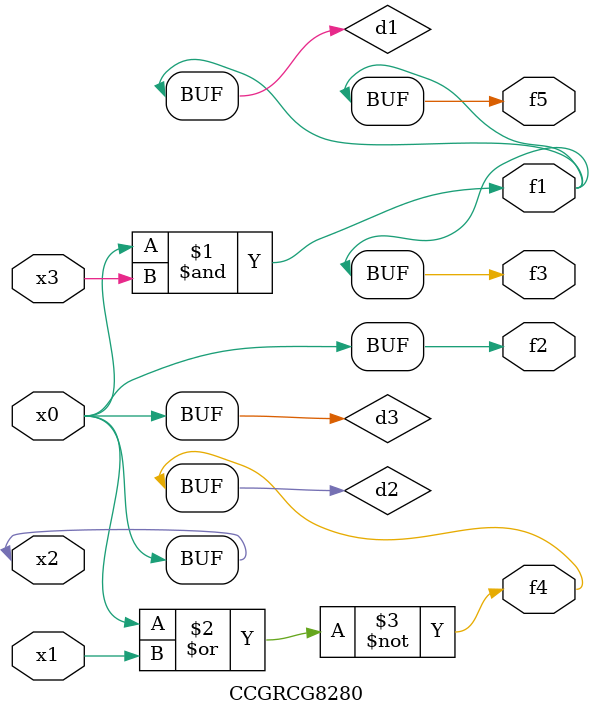
<source format=v>
module CCGRCG8280(
	input x0, x1, x2, x3,
	output f1, f2, f3, f4, f5
);

	wire d1, d2, d3;

	and (d1, x2, x3);
	nor (d2, x0, x1);
	buf (d3, x0, x2);
	assign f1 = d1;
	assign f2 = d3;
	assign f3 = d1;
	assign f4 = d2;
	assign f5 = d1;
endmodule

</source>
